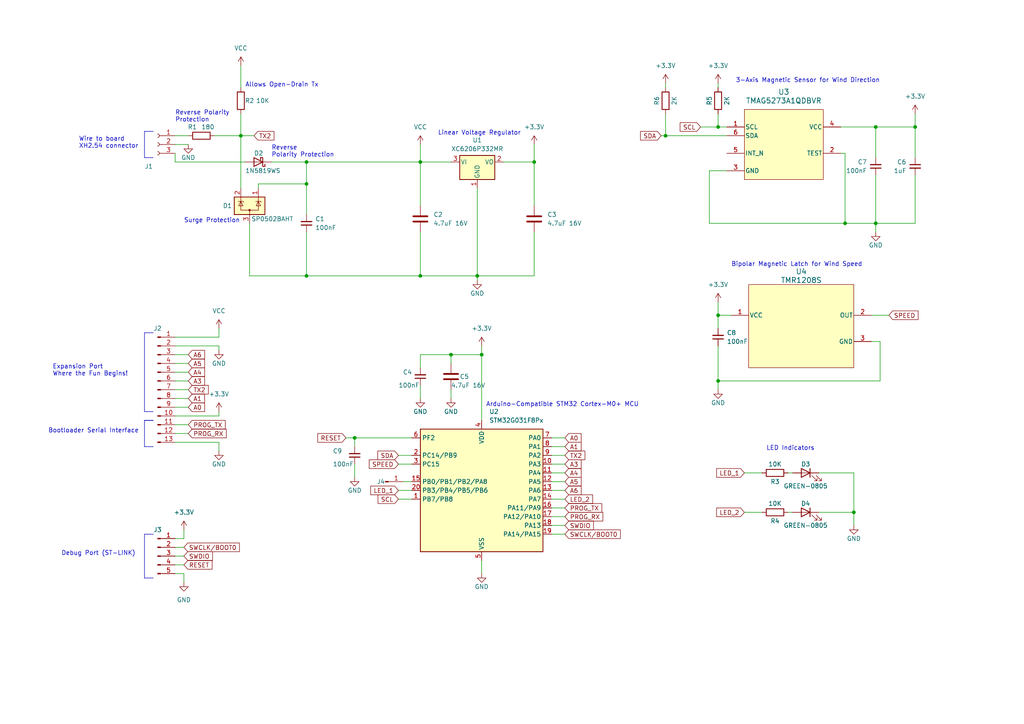
<source format=kicad_sch>
(kicad_sch (version 20230121) (generator eeschema)
  (paper "A4")
  (title_block (title "WindNerd Core - Sensor board for 3D printed anemometer") (date "2025-10-01") (rev "1") (comment 1 "Copyright (c) 2025 windnerd.net") (comment 2 "Licensed under CERN Open Hardware License V2 – Strongly Reciprocal (CERN-OHL-S)"))
  (lib_symbols
    (symbol "2024-10-25_14-47-20:TMAG5273A2QDBVR" (pin_names (offset 0.254))
      (property "Reference" "U3" (at 16.51 10.16 0))
      (property "Value" "TMAG5273A1QDBVR" (at 16.51 7.62 0))
      (symbol "TMAG5273A2QDBVR_0_1"
        (pin input line (at 33.02 0 180) (length 5.08) (name "SCL") (number "1"))
        (pin input line (at 0 -7.62 0) (length 5.08) (name "TEST") (number "2"))
        (pin power_in line (at 33.02 -12.7 180) (length 5.08) (name "GND") (number "3"))
        (pin power_in line (at 0 0 0) (length 5.08) (name "VCC") (number "4"))
        (pin output line (at 33.02 -7.62 180) (length 5.08) (name "INT_N") (number "5"))
        (pin bidirectional line (at 33.02 -2.54 180) (length 5.08) (name "SDA") (number "6"))
      )
      (symbol "TMAG5273A2QDBVR_1_1"
        (rectangle (start 5.08 5.08) (end 27.94 -15.24) (fill (type background)))
      )
    )
    (symbol "2024-10-27_01-27-43:DRV5055A3QDBZR" (pin_names (offset 0.254))
      (property "Reference" "U4" (at 0 19.05 0))
      (property "Value" "TMR1208S" (at 0 15.24 0))
      (symbol "DRV5055A3QDBZR_0_1"
        (pin power_in line (at -20.32 2.54 0) (length 5.08) (name "VCC") (number "1"))
        (pin output line (at 20.32 2.54 180) (length 5.08) (name "OUT") (number "2"))
        (pin power_in line (at 20.32 -5.08 180) (length 5.08) (name "GND") (number "3"))
      )
      (symbol "DRV5055A3QDBZR_1_1"
        (rectangle (start -15.24 11.43) (end 15.24 -12.7) (fill (type background)))
      )
    )
    (symbol "Connector:Conn_01x01_Pin" (pin_names (offset 1.016) hide)
      (property "Reference" "J" (at 0 2.54 0))
      (property "Value" "Conn_01x01_Pin" (at 0 -2.54 0))
      (symbol "Conn_01x01_Pin_1_1"
        (polyline (pts (xy 1.27 0) (xy 0.8636 0)) (stroke (width 0.1524)))
        (rectangle (start 0.8636 0.127) (end 0 -0.127) (stroke (width 0.1524)) (fill (type outline)))
        (pin passive line (at 5.08 0 180) (length 3.81) (name "Pin_1") (number "1"))
      )
    )
    (symbol "Connector:Conn_01x03_Socket" (pin_names (offset 1.016) hide)
      (property "Reference" "J" (at 0 5.08 0))
      (property "Value" "Conn_01x03_Socket" (at 0 -5.08 0))
      (symbol "Conn_01x03_Socket_1_1"
        (arc (start 0 -2.032) (mid -0.5058 -2.54) (end 0 -3.048) (stroke (width 0.1524)))
        (polyline (pts (xy -1.27 -2.54) (xy -0.508 -2.54)) (stroke (width 0.1524)))
        (polyline (pts (xy -1.27 0) (xy -0.508 0)) (stroke (width 0.1524)))
        (polyline (pts (xy -1.27 2.54) (xy -0.508 2.54)) (stroke (width 0.1524)))
        (arc (start 0 0.508) (mid -0.5058 0) (end 0 -0.508) (stroke (width 0.1524)))
        (arc (start 0 3.048) (mid -0.5058 2.54) (end 0 2.032) (stroke (width 0.1524)))
        (pin passive line (at -5.08 2.54 0) (length 3.81) (name "Pin_1") (number "1"))
        (pin passive line (at -5.08 0 0) (length 3.81) (name "Pin_2") (number "2"))
        (pin passive line (at -5.08 -2.54 0) (length 3.81) (name "Pin_3") (number "3"))
      )
    )
    (symbol "Connector:Conn_01x05_Pin" (pin_names (offset 1.016) hide)
      (property "Reference" "J" (at 0 7.62 0))
      (property "Value" "Conn_01x05_Pin" (at 0 -7.62 0))
      (symbol "Conn_01x05_Pin_1_1"
        (polyline (pts (xy 1.27 -5.08) (xy 0.8636 -5.08)) (stroke (width 0.1524)))
        (polyline (pts (xy 1.27 -2.54) (xy 0.8636 -2.54)) (stroke (width 0.1524)))
        (polyline (pts (xy 1.27 0) (xy 0.8636 0)) (stroke (width 0.1524)))
        (polyline (pts (xy 1.27 2.54) (xy 0.8636 2.54)) (stroke (width 0.1524)))
        (polyline (pts (xy 1.27 5.08) (xy 0.8636 5.08)) (stroke (width 0.1524)))
        (rectangle (start 0.8636 -4.953) (end 0 -5.207) (stroke (width 0.1524)) (fill (type outline)))
        (rectangle (start 0.8636 -2.413) (end 0 -2.667) (stroke (width 0.1524)) (fill (type outline)))
        (rectangle (start 0.8636 0.127) (end 0 -0.127) (stroke (width 0.1524)) (fill (type outline)))
        (rectangle (start 0.8636 2.667) (end 0 2.413) (stroke (width 0.1524)) (fill (type outline)))
        (rectangle (start 0.8636 5.207) (end 0 4.953) (stroke (width 0.1524)) (fill (type outline)))
        (pin passive line (at 5.08 5.08 180) (length 3.81) (name "Pin_1") (number "1"))
        (pin passive line (at 5.08 2.54 180) (length 3.81) (name "Pin_2") (number "2"))
        (pin passive line (at 5.08 0 180) (length 3.81) (name "Pin_3") (number "3"))
        (pin passive line (at 5.08 -2.54 180) (length 3.81) (name "Pin_4") (number "4"))
        (pin passive line (at 5.08 -5.08 180) (length 3.81) (name "Pin_5") (number "5"))
      )
    )
    (symbol "Connector:Conn_01x13_Pin" (pin_names (offset 1.016) hide)
      (property "Reference" "J" (at 0 17.78 0))
      (property "Value" "Conn_01x13_Pin" (at 0 -17.78 0))
      (symbol "Conn_01x13_Pin_1_1"
        (polyline (pts (xy 1.27 -15.24) (xy 0.8636 -15.24)) (stroke (width 0.1524)))
        (polyline (pts (xy 1.27 -12.7) (xy 0.8636 -12.7)) (stroke (width 0.1524)))
        (polyline (pts (xy 1.27 -10.16) (xy 0.8636 -10.16)) (stroke (width 0.1524)))
        (polyline (pts (xy 1.27 -7.62) (xy 0.8636 -7.62)) (stroke (width 0.1524)))
        (polyline (pts (xy 1.27 -5.08) (xy 0.8636 -5.08)) (stroke (width 0.1524)))
        (polyline (pts (xy 1.27 -2.54) (xy 0.8636 -2.54)) (stroke (width 0.1524)))
        (polyline (pts (xy 1.27 0) (xy 0.8636 0)) (stroke (width 0.1524)))
        (polyline (pts (xy 1.27 2.54) (xy 0.8636 2.54)) (stroke (width 0.1524)))
        (polyline (pts (xy 1.27 5.08) (xy 0.8636 5.08)) (stroke (width 0.1524)))
        (polyline (pts (xy 1.27 7.62) (xy 0.8636 7.62)) (stroke (width 0.1524)))
        (polyline (pts (xy 1.27 10.16) (xy 0.8636 10.16)) (stroke (width 0.1524)))
        (polyline (pts (xy 1.27 12.7) (xy 0.8636 12.7)) (stroke (width 0.1524)))
        (polyline (pts (xy 1.27 15.24) (xy 0.8636 15.24)) (stroke (width 0.1524)))
        (rectangle (start 0.8636 -15.113) (end 0 -15.367) (stroke (width 0.1524)) (fill (type outline)))
        (rectangle (start 0.8636 -12.573) (end 0 -12.827) (stroke (width 0.1524)) (fill (type outline)))
        (rectangle (start 0.8636 -10.033) (end 0 -10.287) (stroke (width 0.1524)) (fill (type outline)))
        (rectangle (start 0.8636 -7.493) (end 0 -7.747) (stroke (width 0.1524)) (fill (type outline)))
        (rectangle (start 0.8636 -4.953) (end 0 -5.207) (stroke (width 0.1524)) (fill (type outline)))
        (rectangle (start 0.8636 -2.413) (end 0 -2.667) (stroke (width 0.1524)) (fill (type outline)))
        (rectangle (start 0.8636 0.127) (end 0 -0.127) (stroke (width 0.1524)) (fill (type outline)))
        (rectangle (start 0.8636 2.667) (end 0 2.413) (stroke (width 0.1524)) (fill (type outline)))
        (rectangle (start 0.8636 5.207) (end 0 4.953) (stroke (width 0.1524)) (fill (type outline)))
        (rectangle (start 0.8636 7.747) (end 0 7.493) (stroke (width 0.1524)) (fill (type outline)))
        (rectangle (start 0.8636 10.287) (end 0 10.033) (stroke (width 0.1524)) (fill (type outline)))
        (rectangle (start 0.8636 12.827) (end 0 12.573) (stroke (width 0.1524)) (fill (type outline)))
        (rectangle (start 0.8636 15.367) (end 0 15.113) (stroke (width 0.1524)) (fill (type outline)))
        (pin passive line (at 5.08 15.24 180) (length 3.81) (name "Pin_1") (number "1"))
        (pin passive line (at 5.08 -7.62 180) (length 3.81) (name "Pin_10") (number "10"))
        (pin passive line (at 5.08 -10.16 180) (length 3.81) (name "Pin_11") (number "11"))
        (pin passive line (at 5.08 -12.7 180) (length 3.81) (name "Pin_12") (number "12"))
        (pin passive line (at 5.08 -15.24 180) (length 3.81) (name "Pin_13") (number "13"))
        (pin passive line (at 5.08 12.7 180) (length 3.81) (name "Pin_2") (number "2"))
        (pin passive line (at 5.08 10.16 180) (length 3.81) (name "Pin_3") (number "3"))
        (pin passive line (at 5.08 7.62 180) (length 3.81) (name "Pin_4") (number "4"))
        (pin passive line (at 5.08 5.08 180) (length 3.81) (name "Pin_5") (number "5"))
        (pin passive line (at 5.08 2.54 180) (length 3.81) (name "Pin_6") (number "6"))
        (pin passive line (at 5.08 0 180) (length 3.81) (name "Pin_7") (number "7"))
        (pin passive line (at 5.08 -2.54 180) (length 3.81) (name "Pin_8") (number "8"))
        (pin passive line (at 5.08 -5.08 180) (length 3.81) (name "Pin_9") (number "9"))
      )
    )
    (symbol "Device:C" (pin_numbers hide) (pin_names (offset 0.254))
      (property "Reference" "C" (at 0.635 2.54 0))
      (property "Value" "C" (at 0.635 -2.54 0))
      (symbol "C_0_1"
        (polyline (pts (xy -2.032 -0.762) (xy 2.032 -0.762)) (stroke (width 0.508)))
        (polyline (pts (xy -2.032 0.762) (xy 2.032 0.762)) (stroke (width 0.508)))
      )
      (symbol "C_1_1"
        (pin passive line (at 0 3.81 270) (length 2.794) (name "~") (number "1"))
        (pin passive line (at 0 -3.81 90) (length 2.794) (name "~") (number "2"))
      )
    )
    (symbol "Device:C_Small" (pin_numbers hide) (pin_names (offset 0.254) hide)
      (property "Reference" "C" (at 0.254 1.778 0))
      (property "Value" "C_Small" (at 0.254 -2.032 0))
      (symbol "C_Small_0_1"
        (polyline (pts (xy -1.524 -0.508) (xy 1.524 -0.508)) (stroke (width 0.3302)))
        (polyline (pts (xy -1.524 0.508) (xy 1.524 0.508)) (stroke (width 0.3048)))
      )
      (symbol "C_Small_1_1"
        (pin passive line (at 0 2.54 270) (length 2.032) (name "~") (number "1"))
        (pin passive line (at 0 -2.54 90) (length 2.032) (name "~") (number "2"))
      )
    )
    (symbol "Device:LED" (pin_numbers hide) (pin_names (offset 1.016) hide)
      (property "Reference" "D" (at 0 2.54 0))
      (property "Value" "LED" (at 0 -2.54 0))
      (symbol "LED_0_1"
        (polyline (pts (xy -1.27 -1.27) (xy -1.27 1.27)) (stroke (width 0.254)))
        (polyline (pts (xy -1.27 0) (xy 1.27 0)))
        (polyline (pts (xy 1.27 -1.27) (xy 1.27 1.27) (xy -1.27 0) (xy 1.27 -1.27)) (stroke (width 0.254)))
        (polyline (pts (xy -3.048 -0.762) (xy -4.572 -2.286) (xy -3.81 -2.286) (xy -4.572 -2.286) (xy -4.572 -1.524)))
        (polyline (pts (xy -1.778 -0.762) (xy -3.302 -2.286) (xy -2.54 -2.286) (xy -3.302 -2.286) (xy -3.302 -1.524)))
      )
      (symbol "LED_1_1"
        (pin passive line (at -3.81 0 0) (length 2.54) (name "K") (number "1"))
        (pin passive line (at 3.81 0 180) (length 2.54) (name "A") (number "2"))
      )
    )
    (symbol "Device:R" (pin_numbers hide) (pin_names (offset 0))
      (property "Reference" "R" (at 2.032 0 90))
      (property "Value" "R" (at 0 0 90))
      (symbol "R_0_1"
        (rectangle (start -1.016 -2.54) (end 1.016 2.54) (stroke (width 0.254)))
      )
      (symbol "R_1_1"
        (pin passive line (at 0 3.81 270) (length 1.27) (name "~") (number "1"))
        (pin passive line (at 0 -3.81 90) (length 1.27) (name "~") (number "2"))
      )
    )
    (symbol "Diode:1N5819WS" (pin_numbers hide) (pin_names (offset 1.016) hide)
      (property "Reference" "D" (at 0 2.54 0))
      (property "Value" "1N5819WS" (at 0 -2.54 0))
      (symbol "1N5819WS_0_1"
        (polyline (pts (xy 1.27 0) (xy -1.27 0)))
        (polyline (pts (xy 1.27 1.27) (xy 1.27 -1.27) (xy -1.27 0) (xy 1.27 1.27)) (stroke (width 0.254)))
        (polyline (pts (xy -1.905 0.635) (xy -1.905 1.27) (xy -1.27 1.27) (xy -1.27 -1.27) (xy -0.635 -1.27) (xy -0.635 -0.635)) (stroke (width 0.254)))
      )
      (symbol "1N5819WS_1_1"
        (pin passive line (at -3.81 0 0) (length 2.54) (name "K") (number "1"))
        (pin passive line (at 3.81 0 180) (length 2.54) (name "A") (number "2"))
      )
    )
    (symbol "MCU_ST_STM32G0:STM32G031F8Px"
      (property "Reference" "U" (at -17.78 19.05 0))
      (property "Value" "STM32G031F8Px" (at 2.54 19.05 0))
      (symbol "STM32G031F8Px_0_1"
        (rectangle (start -17.78 -17.78) (end 17.78 17.78) (stroke (width 0.254)) (fill (type background)))
      )
      (symbol "STM32G031F8Px_1_1"
        (pin bidirectional line (at -20.32 -2.54 0) (length 2.54) (name "PB7/PB8") (number "1"))
        (pin bidirectional line (at 20.32 7.62 180) (length 2.54) (name "PA3") (number "10"))
        (pin bidirectional line (at 20.32 5.08 180) (length 2.54) (name "PA4") (number "11"))
        (pin bidirectional line (at 20.32 2.54 180) (length 2.54) (name "PA5") (number "12"))
        (pin bidirectional line (at 20.32 0 180) (length 2.54) (name "PA6") (number "13"))
        (pin bidirectional line (at 20.32 -2.54 180) (length 2.54) (name "PA7") (number "14"))
        (pin bidirectional line (at -20.32 2.54 0) (length 2.54) (name "PB0/PB1/PB2/PA8") (number "15"))
        (pin bidirectional line (at 20.32 -5.08 180) (length 2.54) (name "PA11/PA9") (number "16"))
        (pin bidirectional line (at 20.32 -7.62 180) (length 2.54) (name "PA12/PA10") (number "17"))
        (pin bidirectional line (at 20.32 -10.16 180) (length 2.54) (name "PA13") (number "18"))
        (pin bidirectional line (at 20.32 -12.7 180) (length 2.54) (name "PA14/PA15") (number "19"))
        (pin bidirectional line (at -20.32 10.16 0) (length 2.54) (name "PC14/PB9") (number "2"))
        (pin bidirectional line (at -20.32 0 0) (length 2.54) (name "PB3/PB4/PB5/PB6") (number "20"))
        (pin bidirectional line (at -20.32 7.62 0) (length 2.54) (name "PC15") (number "3"))
        (pin power_in line (at 0 20.32 270) (length 2.54) (name "VDD") (number "4"))
        (pin power_in line (at 0 -20.32 90) (length 2.54) (name "VSS") (number "5"))
        (pin bidirectional line (at -20.32 15.24 0) (length 2.54) (name "PF2") (number "6"))
        (pin bidirectional line (at 20.32 15.24 180) (length 2.54) (name "PA0") (number "7"))
        (pin bidirectional line (at 20.32 12.7 180) (length 2.54) (name "PA1") (number "8"))
        (pin bidirectional line (at 20.32 10.16 180) (length 2.54) (name "PA2") (number "9"))
      )
    )
    (symbol "Power_Protection:SP0502BAHT" (pin_names hide)
      (property "Reference" "D" (at 5.715 2.54 0))
      (property "Value" "SP0502BAHT" (at 5.715 0.635 0))
      (symbol "SP0502BAHT_0_0"
        (pin passive line (at 0 -5.08 90) (length 2.54) (name "A") (number "3"))
      )
      (symbol "SP0502BAHT_0_1"
        (rectangle (start -4.445 2.54) (end 4.445 -2.54) (stroke (width 0.254)) (fill (type background)))
        (circle (center 0 -1.27) (radius 0.254) (fill (type outline)))
        (polyline (pts (xy -2.54 2.54) (xy -2.54 1.27)))
        (polyline (pts (xy 0 -1.27) (xy 0 -2.54)))
        (polyline (pts (xy 2.54 2.54) (xy 2.54 1.27)))
        (polyline (pts (xy -3.302 1.016) (xy -3.302 1.27) (xy -1.905 1.27) (xy -1.778 1.27)))
        (polyline (pts (xy -2.54 1.27) (xy -2.54 -1.27) (xy 2.54 -1.27) (xy 2.54 1.27)))
        (polyline (pts (xy -2.54 1.27) (xy -1.905 0) (xy -3.175 0) (xy -2.54 1.27)))
        (polyline (pts (xy 1.778 1.016) (xy 1.778 1.27) (xy 3.175 1.27) (xy 3.302 1.27)))
        (polyline (pts (xy 2.54 1.27) (xy 1.905 0) (xy 3.175 0) (xy 2.54 1.27)))
      )
      (symbol "SP0502BAHT_1_1"
        (pin passive line (at -2.54 5.08 270) (length 2.54) (name "K") (number "1"))
        (pin passive line (at 2.54 5.08 270) (length 2.54) (name "K") (number "2"))
      )
    )
    (symbol "Regulator_Linear:XC6206PxxxMR" (pin_names (offset 0.254))
      (property "Reference" "U" (at -3.81 3.175 0))
      (property "Value" "XC6206PxxxMR" (at 0 3.175 0))
      (symbol "XC6206PxxxMR_0_1"
        (rectangle (start -5.08 1.905) (end 5.08 -5.08) (stroke (width 0.254)) (fill (type background)))
      )
      (symbol "XC6206PxxxMR_1_1"
        (pin power_in line (at 0 -7.62 90) (length 2.54) (name "GND") (number "1"))
        (pin power_out line (at 7.62 0 180) (length 2.54) (name "VO") (number "2"))
        (pin power_in line (at -7.62 0 0) (length 2.54) (name "VI") (number "3"))
      )
    )
    (symbol "power:+3.3V" (power) (pin_names (offset 0))
      (property "Value" "+3.3V" (at 0 3.556 0))
      (symbol "+3.3V_0_1"
        (polyline (pts (xy -0.762 1.27) (xy 0 2.54)))
        (polyline (pts (xy 0 0) (xy 0 2.54)))
        (polyline (pts (xy 0 2.54) (xy 0.762 1.27)))
      )
      (symbol "+3.3V_1_1"
        (pin power_in line (at 0 0 90) (length 0) hide (name "+3.3V") (number "1"))
      )
    )
    (symbol "power:GND" (power) (pin_names (offset 0))
      (property "Value" "GND" (at 0 -3.81 0))
      (symbol "GND_0_1"
        (polyline (pts (xy 0 0) (xy 0 -1.27) (xy 1.27 -1.27) (xy 0 -2.54) (xy -1.27 -1.27) (xy 0 -1.27)))
      )
      (symbol "GND_1_1"
        (pin power_in line (at 0 0 270) (length 0) hide (name "GND") (number "1"))
      )
    )
    (symbol "power:VCC" (power) (pin_names (offset 0))
      (property "Value" "VCC" (at 0 3.81 0))
      (symbol "VCC_0_1"
        (polyline (pts (xy -0.762 1.27) (xy 0 2.54)))
        (polyline (pts (xy 0 0) (xy 0 2.54)))
        (polyline (pts (xy 0 2.54) (xy 0.762 1.27)))
      )
      (symbol "VCC_1_1"
        (pin power_in line (at 0 0 90) (length 0) hide (name "VCC") (number "1"))
      )
    )
  )
  (junction (at 254 64.77))
  (junction (at 88.9 53.34))
  (junction (at 121.92 80.01))
  (junction (at 88.9 46.99))
  (junction (at 245.11 64.77))
  (junction (at 130.81 102.87))
  (junction (at 208.28 110.49))
  (junction (at 69.85 39.37))
  (junction (at 88.9 80.01))
  (junction (at 265.43 36.83))
  (junction (at 193.04 39.37))
  (junction (at 247.65 148.59))
  (junction (at 139.7 102.87))
  (junction (at 208.28 91.44))
  (junction (at 121.92 46.99))
  (junction (at 254 36.83))
  (junction (at 102.87 127))
  (junction (at 208.28 36.83))
  (junction (at 138.43 80.01))
  (junction (at 154.94 46.99))
  (wire (pts (xy 115.57 134.62) (xy 119.38 134.62)))
  (wire (pts (xy 139.7 102.87) (xy 139.7 121.92)))
  (wire (pts (xy 63.5 97.79) (xy 63.5 95.25)))
  (wire (pts (xy 160.02 134.62) (xy 163.83 134.62)))
  (wire (pts (xy 205.74 49.53) (xy 210.82 49.53)))
  (wire (pts (xy 63.5 100.33) (xy 63.5 101.6)))
  (wire (pts (xy 265.43 36.83) (xy 254 36.83)))
  (wire (pts (xy 138.43 54.61) (xy 138.43 80.01)))
  (wire (pts (xy 63.5 119.38) (xy 63.5 120.65)))
  (wire (pts (xy 229.87 137.16) (xy 228.6 137.16)))
  (wire (pts (xy 69.85 39.37) (xy 73.66 39.37)))
  (wire (pts (xy 160.02 132.08) (xy 163.83 132.08)))
  (wire (pts (xy 210.82 39.37) (xy 193.04 39.37)))
  (wire (pts (xy 88.9 80.01) (xy 121.92 80.01)))
  (wire (pts (xy 116.84 139.7) (xy 119.38 139.7)))
  (wire (pts (xy 121.92 41.91) (xy 121.92 46.99)))
  (wire (pts (xy 50.8 113.03) (xy 54.61 113.03)))
  (polyline (pts (xy 41.91 38.1) (xy 41.91 45.72)))
  (polyline (pts (xy 41.91 129.54) (xy 44.45 129.54)))
  (wire (pts (xy 265.43 64.77) (xy 254 64.77)))
  (wire (pts (xy 102.87 127) (xy 119.38 127)))
  (wire (pts (xy 245.11 44.45) (xy 245.11 64.77)))
  (wire (pts (xy 88.9 46.99) (xy 121.92 46.99)))
  (wire (pts (xy 130.81 113.03) (xy 130.81 115.57)))
  (wire (pts (xy 139.7 100.33) (xy 139.7 102.87)))
  (wire (pts (xy 208.28 87.63) (xy 208.28 91.44)))
  (polyline (pts (xy 41.91 38.1) (xy 44.45 38.1)))
  (wire (pts (xy 208.28 91.44) (xy 208.28 95.25)))
  (wire (pts (xy 254 50.8) (xy 254 64.77)))
  (wire (pts (xy 121.92 111.76) (xy 121.92 115.57)))
  (wire (pts (xy 121.92 46.99) (xy 130.81 46.99)))
  (wire (pts (xy 254 36.83) (xy 254 45.72)))
  (wire (pts (xy 210.82 36.83) (xy 208.28 36.83)))
  (wire (pts (xy 121.92 102.87) (xy 130.81 102.87)))
  (wire (pts (xy 208.28 33.02) (xy 208.28 36.83)))
  (wire (pts (xy 53.34 166.37) (xy 53.34 168.91)))
  (wire (pts (xy 69.85 19.05) (xy 69.85 25.4)))
  (wire (pts (xy 160.02 137.16) (xy 163.83 137.16)))
  (wire (pts (xy 50.8 46.99) (xy 50.8 44.45)))
  (wire (pts (xy 121.92 106.68) (xy 121.92 102.87)))
  (wire (pts (xy 50.8 115.57) (xy 54.61 115.57)))
  (wire (pts (xy 115.57 132.08) (xy 119.38 132.08)))
  (wire (pts (xy 121.92 46.99) (xy 121.92 59.69)))
  (wire (pts (xy 50.8 102.87) (xy 54.61 102.87)))
  (wire (pts (xy 265.43 50.8) (xy 265.43 64.77)))
  (wire (pts (xy 50.8 156.21) (xy 53.34 156.21)))
  (wire (pts (xy 63.5 128.27) (xy 63.5 130.81)))
  (wire (pts (xy 265.43 33.02) (xy 265.43 36.83)))
  (wire (pts (xy 50.8 110.49) (xy 54.61 110.49)))
  (wire (pts (xy 160.02 142.24) (xy 163.83 142.24)))
  (wire (pts (xy 208.28 36.83) (xy 203.2 36.83)))
  (wire (pts (xy 50.8 39.37) (xy 54.61 39.37)))
  (wire (pts (xy 193.04 25.4) (xy 193.04 24.13)))
  (wire (pts (xy 193.04 33.02) (xy 193.04 39.37)))
  (wire (pts (xy 78.74 46.99) (xy 88.9 46.99)))
  (wire (pts (xy 252.73 99.06) (xy 255.27 99.06)))
  (wire (pts (xy 255.27 110.49) (xy 208.28 110.49)))
  (wire (pts (xy 130.81 102.87) (xy 139.7 102.87)))
  (wire (pts (xy 160.02 147.32) (xy 163.83 147.32)))
  (wire (pts (xy 160.02 127) (xy 163.83 127)))
  (wire (pts (xy 115.57 142.24) (xy 119.38 142.24)))
  (wire (pts (xy 243.84 44.45) (xy 245.11 44.45)))
  (wire (pts (xy 50.8 163.83) (xy 53.34 163.83)))
  (wire (pts (xy 50.8 41.91) (xy 54.61 41.91)))
  (wire (pts (xy 130.81 102.87) (xy 130.81 105.41)))
  (wire (pts (xy 205.74 49.53) (xy 205.74 64.77)))
  (wire (pts (xy 160.02 154.94) (xy 163.83 154.94)))
  (wire (pts (xy 247.65 148.59) (xy 237.49 148.59)))
  (wire (pts (xy 138.43 80.01) (xy 138.43 81.28)))
  (wire (pts (xy 154.94 67.31) (xy 154.94 80.01)))
  (wire (pts (xy 50.8 105.41) (xy 54.61 105.41)))
  (wire (pts (xy 208.28 91.44) (xy 212.09 91.44)))
  (wire (pts (xy 50.8 100.33) (xy 63.5 100.33)))
  (wire (pts (xy 50.8 118.11) (xy 54.61 118.11)))
  (wire (pts (xy 247.65 148.59) (xy 247.65 152.4)))
  (wire (pts (xy 220.98 148.59) (xy 215.9 148.59)))
  (wire (pts (xy 88.9 53.34) (xy 88.9 62.23)))
  (wire (pts (xy 72.39 64.77) (xy 72.39 80.01)))
  (polyline (pts (xy 41.91 121.92) (xy 41.91 129.54)))
  (wire (pts (xy 247.65 137.16) (xy 247.65 148.59)))
  (polyline (pts (xy 41.91 121.92) (xy 44.45 121.92)))
  (wire (pts (xy 160.02 144.78) (xy 163.83 144.78)))
  (wire (pts (xy 50.8 128.27) (xy 63.5 128.27)))
  (wire (pts (xy 208.28 110.49) (xy 208.28 113.03)))
  (wire (pts (xy 63.5 120.65) (xy 50.8 120.65)))
  (wire (pts (xy 205.74 64.77) (xy 245.11 64.77)))
  (wire (pts (xy 193.04 39.37) (xy 191.77 39.37)))
  (wire (pts (xy 229.87 148.59) (xy 228.6 148.59)))
  (polyline (pts (xy 41.91 96.52) (xy 41.91 119.38)))
  (wire (pts (xy 74.93 53.34) (xy 88.9 53.34)))
  (polyline (pts (xy 41.91 154.94) (xy 41.91 167.64)))
  (wire (pts (xy 50.8 107.95) (xy 54.61 107.95)))
  (wire (pts (xy 252.73 91.44) (xy 257.81 91.44)))
  (wire (pts (xy 50.8 123.19) (xy 54.61 123.19)))
  (wire (pts (xy 254 36.83) (xy 243.84 36.83)))
  (wire (pts (xy 138.43 80.01) (xy 154.94 80.01)))
  (wire (pts (xy 208.28 100.33) (xy 208.28 110.49)))
  (wire (pts (xy 121.92 67.31) (xy 121.92 80.01)))
  (wire (pts (xy 50.8 166.37) (xy 53.34 166.37)))
  (wire (pts (xy 160.02 152.4) (xy 163.83 152.4)))
  (wire (pts (xy 220.98 137.16) (xy 215.9 137.16)))
  (wire (pts (xy 160.02 139.7) (xy 163.83 139.7)))
  (wire (pts (xy 237.49 137.16) (xy 247.65 137.16)))
  (wire (pts (xy 154.94 41.91) (xy 154.94 46.99)))
  (wire (pts (xy 139.7 162.56) (xy 139.7 166.37)))
  (wire (pts (xy 69.85 33.02) (xy 69.85 39.37)))
  (wire (pts (xy 255.27 99.06) (xy 255.27 110.49)))
  (polyline (pts (xy 44.45 121.92) (xy 41.91 121.92)))
  (wire (pts (xy 254 64.77) (xy 245.11 64.77)))
  (polyline (pts (xy 44.45 96.52) (xy 41.91 96.52)))
  (wire (pts (xy 50.8 125.73) (xy 54.61 125.73)))
  (polyline (pts (xy 41.91 45.72) (xy 44.45 45.72)))
  (polyline (pts (xy 44.45 154.94) (xy 41.91 154.94)))
  (wire (pts (xy 50.8 158.75) (xy 53.34 158.75)))
  (wire (pts (xy 50.8 161.29) (xy 53.34 161.29)))
  (wire (pts (xy 53.34 156.21) (xy 53.34 153.67)))
  (wire (pts (xy 254 64.77) (xy 254 67.31)))
  (wire (pts (xy 121.92 80.01) (xy 138.43 80.01)))
  (wire (pts (xy 62.23 39.37) (xy 69.85 39.37)))
  (wire (pts (xy 115.57 144.78) (xy 119.38 144.78)))
  (wire (pts (xy 72.39 80.01) (xy 88.9 80.01)))
  (wire (pts (xy 265.43 45.72) (xy 265.43 36.83)))
  (wire (pts (xy 100.33 127) (xy 102.87 127)))
  (wire (pts (xy 102.87 134.62) (xy 102.87 138.43)))
  (wire (pts (xy 208.28 24.13) (xy 208.28 25.4)))
  (polyline (pts (xy 41.91 119.38) (xy 44.45 119.38)))
  (wire (pts (xy 146.05 46.99) (xy 154.94 46.99)))
  (wire (pts (xy 160.02 129.54) (xy 163.83 129.54)))
  (polyline (pts (xy 41.91 167.64) (xy 44.45 167.64)))
  (wire (pts (xy 88.9 67.31) (xy 88.9 80.01)))
  (wire (pts (xy 102.87 127) (xy 102.87 129.54)))
  (wire (pts (xy 74.93 53.34) (xy 74.93 54.61)))
  (wire (pts (xy 154.94 46.99) (xy 154.94 59.69)))
  (wire (pts (xy 69.85 39.37) (xy 69.85 54.61)))
  (wire (pts (xy 160.02 149.86) (xy 163.83 149.86)))
  (wire (pts (xy 88.9 46.99) (xy 88.9 53.34)))
  (wire (pts (xy 50.8 46.99) (xy 71.12 46.99)))
  (wire (pts (xy 50.8 97.79) (xy 63.5 97.79)))
  (text "3-Axis Magnetic Sensor for Wind Direction" (at 213.36 24.13 0) (effects (font (size 1.27 1.27)) (justify left bottom)))
  (text "Bipolar Magnetic Latch for Wind Speed" (at 212.09 77.47 0) (effects (font (size 1.27 1.27)) (justify left bottom)))
  (text "Linear Voltage Regulator" (at 127 39.37 0) (effects (font (size 1.27 1.27)) (justify left bottom)))
  (text "Wire to board\nXH2.54 connector" (at 22.86 43.18 0) (effects (font (size 1.27 1.27)) (justify left bottom)))
  (text "Bootloader Serial Interface" (at 13.97 125.73 0) (effects (font (size 1.27 1.27)) (justify left bottom)))
  (text "Reverse Polarity \nProtection" (at 50.8 35.56 0) (effects (font (size 1.27 1.27)) (justify left bottom)))
  (text "Surge Protection" (at 53.34 64.77 0) (effects (font (size 1.27 1.27)) (justify left bottom)))
  (text "Expansion Port \nWhere the Fun Begins!" (at 15.24 109.22 0) (effects (font (size 1.27 1.27)) (justify left bottom)))
  (text "Arduino-Compatible STM32 Cortex-M0+ MCU" (at 140.97 118.11 0) (effects (font (size 1.27 1.27)) (justify left bottom)))
  (text "Debug Port (ST-LINK)" (at 17.78 161.29 0) (effects (font (size 1.27 1.27)) (justify left bottom)))
  (text "Allows Open-Drain Tx" (at 71.12 25.4 0) (effects (font (size 1.27 1.27)) (justify left bottom)))
  (text "Reverse\nPolarity Protection" (at 78.74 45.72 0) (effects (font (size 1.27 1.27)) (justify left bottom)))
  (text "LED Indicators" (at 222.25 130.81 0) (effects (font (size 1.27 1.27)) (justify left bottom)))
  (global_label "SPEED" (shape input) (at 257.81 91.44 0) (property "Intersheetrefs" "${INTERSHEET_REFS}" (effects hide)))
  (global_label "LED_1" (shape input) (at 115.57 142.24 180) (property "Intersheetrefs" "${INTERSHEET_REFS}" (effects hide)))
  (global_label "A4" (shape input) (at 163.83 137.16 0) (property "Intersheetrefs" "${INTERSHEET_REFS}" (effects hide)))
  (global_label "PROG_RX" (shape input) (at 54.61 125.73 0) (property "Intersheetrefs" "${INTERSHEET_REFS}" (effects hide)))
  (global_label "PROG_RX" (shape input) (at 163.83 149.86 0) (property "Intersheetrefs" "${INTERSHEET_REFS}" (effects hide)))
  (global_label "A1" (shape input) (at 54.61 115.57 0) (property "Intersheetrefs" "${INTERSHEET_REFS}" (effects hide)))
  (global_label "A6" (shape input) (at 163.83 142.24 0) (property "Intersheetrefs" "${INTERSHEET_REFS}" (effects hide)))
  (global_label "LED_2" (shape input) (at 215.9 148.59 180) (property "Intersheetrefs" "${INTERSHEET_REFS}" (effects hide)))
  (global_label "TX2" (shape input) (at 54.61 113.03 0) (property "Intersheetrefs" "${INTERSHEET_REFS}" (effects hide)))
  (global_label "TX2" (shape input) (at 73.66 39.37 0) (property "Intersheetrefs" "${INTERSHEET_REFS}" (effects hide)))
  (global_label "PROG_TX" (shape input) (at 163.83 147.32 0) (property "Intersheetrefs" "${INTERSHEET_REFS}" (effects hide)))
  (global_label "PROG_TX" (shape input) (at 54.61 123.19 0) (property "Intersheetrefs" "${INTERSHEET_REFS}" (effects hide)))
  (global_label "A5" (shape input) (at 163.83 139.7 0) (property "Intersheetrefs" "${INTERSHEET_REFS}" (effects hide)))
  (global_label "SDA" (shape input) (at 115.57 132.08 180) (property "Intersheetrefs" "${INTERSHEET_REFS}" (effects hide)))
  (global_label "A1" (shape input) (at 163.83 129.54 0) (property "Intersheetrefs" "${INTERSHEET_REFS}" (effects hide)))
  (global_label "A6" (shape input) (at 54.61 102.87 0) (property "Intersheetrefs" "${INTERSHEET_REFS}" (effects hide)))
  (global_label "SCL" (shape input) (at 203.2 36.83 180) (property "Intersheetrefs" "${INTERSHEET_REFS}" (effects hide)))
  (global_label "SDA" (shape input) (at 191.77 39.37 180) (property "Intersheetrefs" "${INTERSHEET_REFS}" (effects hide)))
  (global_label "SPEED" (shape input) (at 115.57 134.62 180) (property "Intersheetrefs" "${INTERSHEET_REFS}" (effects hide)))
  (global_label "RESET" (shape input) (at 100.33 127 180) (property "Intersheetrefs" "${INTERSHEET_REFS}" (effects hide)))
  (global_label "A0" (shape input) (at 163.83 127 0) (property "Intersheetrefs" "${INTERSHEET_REFS}" (effects hide)))
  (global_label "SWCLK{slash}BOOT0" (shape input) (at 163.83 154.94 0) (property "Intersheetrefs" "${INTERSHEET_REFS}" (effects hide)))
  (global_label "TX2" (shape input) (at 163.83 132.08 0) (property "Intersheetrefs" "${INTERSHEET_REFS}" (effects hide)))
  (global_label "SWDIO" (shape input) (at 163.83 152.4 0) (property "Intersheetrefs" "${INTERSHEET_REFS}" (effects hide)))
  (global_label "A3" (shape input) (at 54.61 110.49 0) (property "Intersheetrefs" "${INTERSHEET_REFS}" (effects hide)))
  (global_label "SCL" (shape input) (at 115.57 144.78 180) (property "Intersheetrefs" "${INTERSHEET_REFS}" (effects hide)))
  (global_label "LED_1" (shape input) (at 215.9 137.16 180) (property "Intersheetrefs" "${INTERSHEET_REFS}" (effects hide)))
  (global_label "SWDIO" (shape input) (at 53.34 161.29 0) (property "Intersheetrefs" "${INTERSHEET_REFS}" (effects hide)))
  (global_label "RESET" (shape input) (at 53.34 163.83 0) (property "Intersheetrefs" "${INTERSHEET_REFS}" (effects hide)))
  (global_label "A3" (shape input) (at 163.83 134.62 0) (property "Intersheetrefs" "${INTERSHEET_REFS}" (effects hide)))
  (global_label "A4" (shape input) (at 54.61 107.95 0) (property "Intersheetrefs" "${INTERSHEET_REFS}" (effects hide)))
  (global_label "A5" (shape input) (at 54.61 105.41 0) (property "Intersheetrefs" "${INTERSHEET_REFS}" (effects hide)))
  (global_label "A0" (shape input) (at 54.61 118.11 0) (property "Intersheetrefs" "${INTERSHEET_REFS}" (effects hide)))
  (global_label "SWCLK{slash}BOOT0" (shape input) (at 53.34 158.75 0) (property "Intersheetrefs" "${INTERSHEET_REFS}" (effects hide)))
  (global_label "LED_2" (shape input) (at 163.83 144.78 0) (property "Intersheetrefs" "${INTERSHEET_REFS}" (effects hide)))
  (symbol (lib_id "Device:R") (at 69.85 29.21 0) (unit 1)
    (property "Reference" "R2" (at 72.39 29.21 0))
    (property "Value" "10K" (at 76.2 29.21 0))
    (property "Footprint" "Resistor_SMD:R_0603_1608Metric" (effects hide))
  )
  (symbol (lib_id "power:GND") (at 208.28 113.03 0) (unit 1)
    (property "Reference" "#PWR019" (effects hide))
    (property "Value" "GND" (at 208.28 116.84 0))
  )
  (symbol (lib_id "Device:C") (at 130.81 109.22 0) (unit 1)
    (property "Reference" "C5" (at 133.35 109.22 0) (effects (justify left)))
    (property "Value" "4.7uF 16V" (at 130.81 111.76 0) (effects (justify left)))
    (property "Footprint" "Capacitor_SMD:C_0603_1608Metric" (effects hide))
  )
  (symbol (lib_id "power:GND") (at 139.7 166.37 0) (unit 1)
    (property "Reference" "#PWR015" (effects hide))
    (property "Value" "GND" (at 139.7 170.18 0))
  )
  (symbol (lib_id "Device:R") (at 193.04 29.21 0) (unit 1)
    (property "Reference" "R6" (at 190.5 29.21 90))
    (property "Value" "2K" (at 195.58 29.21 90))
    (property "Footprint" "Resistor_SMD:R_0603_1608Metric" (effects hide))
  )
  (symbol (lib_id "power:+3.3V") (at 193.04 24.13 0) (mirror y) (unit 1)
    (property "Reference" "#PWR022" (effects hide))
    (property "Value" "+3.3V" (at 193.04 19.05 0))
  )
  (symbol (lib_id "Device:C_Small") (at 208.28 97.79 180) (unit 1)
    (property "Reference" "C8" (at 210.82 96.5136 0) (effects (justify right)))
    (property "Value" "100nF" (at 210.82 99.0536 0) (effects (justify right)))
    (property "Footprint" "Capacitor_SMD:C_0603_1608Metric" (effects hide))
  )
  (symbol (lib_id "Device:R") (at 58.42 39.37 270) (unit 1)
    (property "Reference" "R1" (at 57.15 36.83 90) (effects (justify right)))
    (property "Value" "180" (at 62.23 36.83 90) (effects (justify right)))
    (property "Footprint" "Resistor_SMD:R_1206_3216Metric" (effects hide))
  )
  (symbol (lib_id "2024-10-25_14-47-20:TMAG5273A2QDBVR") (at 243.84 36.83 0) (mirror y) (unit 1)
    (property "Reference" "U3" (at 227.33 26.67 0) (effects (font (size 1.524 1.524))))
    (property "Value" "TMAG5273A1QDBVR" (at 227.33 29.21 0) (effects (font (size 1.524 1.524))))
    (property "Footprint" "Package_TO_SOT_SMD:SOT-23-6" (effects hide))
  )
  (symbol (lib_id "power:GND") (at 54.61 41.91 0) (unit 1)
    (property "Reference" "#PWR023" (effects hide))
    (property "Value" "GND" (at 54.61 45.72 0))
  )
  (symbol (lib_id "power:+3.3V") (at 139.7 100.33 0) (unit 1)
    (property "Reference" "#PWR014" (effects hide))
    (property "Value" "+3.3V" (at 139.7 95.25 0))
  )
  (symbol (lib_id "power:GND") (at 138.43 81.28 0) (unit 1)
    (property "Reference" "#PWR09" (effects hide))
    (property "Value" "GND" (at 138.43 85.09 0))
  )
  (symbol (lib_id "power:VCC") (at 121.92 41.91 0) (unit 1)
    (property "Reference" "#PWR08" (effects hide))
    (property "Value" "VCC" (at 121.92 36.83 0))
  )
  (symbol (lib_id "power:GND") (at 63.5 101.6 0) (unit 1)
    (property "Reference" "#PWR06" (effects hide))
    (property "Value" "GND" (at 63.5 105.41 0))
  )
  (symbol (lib_id "power:+3.3V") (at 154.94 41.91 0) (unit 1)
    (property "Reference" "#PWR011" (effects hide))
    (property "Value" "+3.3V" (at 154.94 36.83 0))
  )
  (symbol (lib_id "Device:C") (at 121.92 63.5 0) (unit 1)
    (property "Reference" "C2" (at 125.73 62.23 0) (effects (justify left)))
    (property "Value" "4.7uF 16V" (at 125.73 64.77 0) (effects (justify left)))
    (property "Footprint" "Capacitor_SMD:C_0603_1608Metric" (effects hide))
  )
  (symbol (lib_id "Device:LED") (at 233.68 137.16 0) (mirror y) (unit 1)
    (property "Reference" "D3" (at 233.68 134.62 0))
    (property "Value" "GREEN-0805" (at 233.68 140.97 0))
    (property "Footprint" "LED_SMD:LED_0805_2012Metric" (effects hide))
  )
  (symbol (lib_id "Power_Protection:SP0502BAHT") (at 72.39 59.69 0) (mirror y) (unit 1)
    (property "Reference" "D1" (at 67.31 59.69 0) (effects (justify left)))
    (property "Value" "SP0502BAHT" (at 85.09 63.5 0) (effects (justify left)))
    (property "Footprint" "Package_TO_SOT_SMD:SOT-23" (effects hide))
    (property "Datasheet" "http://www.littelfuse.com/~/media/files/littelfuse/technical%20resources/documents/data%20sheets/sp05xxba.pdf" (effects hide))
  )
  (symbol (lib_id "Device:C_Small") (at 102.87 132.08 180) (unit 1)
    (property "Reference" "C9" (at 96.52 130.81 0) (effects (justify right)))
    (property "Value" "100nF" (at 96.52 134.62 0) (effects (justify right)))
    (property "Footprint" "Capacitor_SMD:C_0603_1608Metric" (effects hide))
  )
  (symbol (lib_id "Regulator_Linear:XC6206PxxxMR") (at 138.43 46.99 0) (unit 1)
    (property "Reference" "U1" (at 138.43 40.64 0))
    (property "Value" "XC6206P332MR" (at 138.43 43.18 0))
    (property "Footprint" "Package_TO_SOT_SMD:SOT-23-3" (effects hide))
    (property "Datasheet" "https://www.torexsemi.com/file/xc6206/XC6206.pdf" (effects hide))
  )
  (symbol (lib_id "MCU_ST_STM32G0:STM32G031F8Px") (at 139.7 142.24 0) (unit 1)
    (property "Reference" "U2" (at 141.8941 119.38 0) (effects (justify left)))
    (property "Value" "STM32G031F8Px" (at 141.8941 121.92 0) (effects (justify left)))
    (property "Footprint" "Package_SO:TSSOP-20_4.4x6.5mm_P0.65mm" (effects hide))
    (property "Datasheet" "https://www.st.com/resource/en/datasheet/stm32g031f8.pdf" (effects hide))
  )
  (symbol (lib_id "power:+3.3V") (at 208.28 24.13 0) (mirror y) (unit 1)
    (property "Reference" "#PWR020" (effects hide))
    (property "Value" "+3.3V" (at 208.28 19.05 0))
  )
  (symbol (lib_id "power:GND") (at 121.92 115.57 0) (unit 1)
    (property "Reference" "#PWR012" (effects hide))
    (property "Value" "GND" (at 121.92 119.38 0))
  )
  (symbol (lib_id "Connector:Conn_01x05_Pin") (at 45.72 161.29 0) (unit 1)
    (property "Reference" "J3" (at 45.72 153.67 0))
    (property "Value" "Conn_01x05_Pin" (effects hide))
    (property "Footprint" "Connector_PinHeader_2.54mm:PinHeader_1x05_P2.54mm_Vertical" (effects hide))
  )
  (symbol (lib_id "power:VCC") (at 63.5 95.25 0) (unit 1)
    (property "Reference" "#PWR05" (effects hide))
    (property "Value" "VCC" (at 63.5 90.17 0))
  )
  (symbol (lib_id "2024-10-27_01-27-43:DRV5055A3QDBZR") (at 232.41 93.98 0) (unit 1)
    (property "Reference" "U4" (at 232.41 78.74 0) (effects (font (size 1.524 1.524))))
    (property "Value" "TMR1208S" (at 232.41 81.28 0) (effects (font (size 1.524 1.524))))
    (property "Footprint" "Package_TO_SOT_SMD:SOT-23" (effects hide))
  )
  (symbol (lib_id "Connector:Conn_01x01_Pin") (at 111.76 139.7 0) (unit 1) (in_bom no)
    (property "Reference" "J4" (at 110.49 139.7 0))
    (property "Value" "Conn_01x01_Pin" (effects hide))
    (property "Footprint" "Connector_PinHeader_2.54mm:PinHeader_1x01_P2.54mm_Vertical" (effects hide))
  )
  (symbol (lib_id "power:GND") (at 102.87 138.43 0) (unit 1)
    (property "Reference" "#PWR010" (effects hide))
    (property "Value" "GND" (at 102.87 142.24 0))
  )
  (symbol (lib_id "power:GND") (at 254 67.31 0) (mirror y) (unit 1)
    (property "Reference" "#PWR017" (effects hide))
    (property "Value" "GND" (at 254 71.12 0))
  )
  (symbol (lib_id "Diode:1N5819WS") (at 74.93 46.99 180) (unit 1)
    (property "Reference" "D2" (at 73.66 44.45 0) (effects (justify right)))
    (property "Value" "1N5819WS" (at 71.12 49.53 0) (effects (justify right)))
    (property "Footprint" "Diode_SMD:D_SOD-323" (effects hide))
  )
  (symbol (lib_id "Device:C") (at 154.94 63.5 0) (unit 1)
    (property "Reference" "C3" (at 158.75 62.23 0) (effects (justify left)))
    (property "Value" "4.7uF 16V" (at 158.75 64.77 0) (effects (justify left)))
    (property "Footprint" "Capacitor_SMD:C_0603_1608Metric" (effects hide))
  )
  (symbol (lib_id "Device:R") (at 224.79 137.16 90) (unit 1)
    (property "Reference" "R3" (at 224.79 139.7 90))
    (property "Value" "10K" (at 224.79 134.62 90))
    (property "Footprint" "Resistor_SMD:R_0603_1608Metric" (effects hide))
  )
  (symbol (lib_id "Device:R") (at 208.28 29.21 0) (unit 1)
    (property "Reference" "R5" (at 205.74 29.21 90))
    (property "Value" "2K" (at 210.82 29.21 90))
    (property "Footprint" "Resistor_SMD:R_0603_1608Metric" (effects hide))
  )
  (symbol (lib_id "power:GND") (at 53.34 168.91 0) (mirror y) (unit 1)
    (property "Reference" "#PWR02" (effects hide))
    (property "Value" "GND" (at 53.34 173.99 0))
  )
  (symbol (lib_id "power:GND") (at 130.81 115.57 0) (unit 1)
    (property "Reference" "#PWR013" (effects hide))
    (property "Value" "GND" (at 130.81 119.38 0))
  )
  (symbol (lib_id "Device:C_Small") (at 265.43 48.26 0) (mirror y) (unit 1)
    (property "Reference" "C6" (at 262.89 46.9963 0) (effects (justify left)))
    (property "Value" "1uF" (at 262.89 49.53 0) (effects (justify left)))
    (property "Footprint" "Capacitor_SMD:C_0603_1608Metric" (effects hide))
  )
  (symbol (lib_id "Connector:Conn_01x03_Socket") (at 45.72 41.91 0) (mirror y) (unit 1)
    (property "Reference" "J1" (at 43.18 48.26 0))
    (property "Value" "XH2.54-3P SMD" (effects hide))
    (property "Footprint" "XH-connectors:ZX-XH2.54-3" (effects hide))
  )
  (symbol (lib_id "power:GND") (at 63.5 130.81 0) (unit 1)
    (property "Reference" "#PWR04" (effects hide))
    (property "Value" "GND" (at 63.5 134.62 0))
  )
  (symbol (lib_id "power:GND") (at 247.65 152.4 0) (mirror y) (unit 1)
    (property "Reference" "#PWR021" (effects hide))
    (property "Value" "GND" (at 247.65 156.21 0))
  )
  (symbol (lib_id "Device:C_Small") (at 88.9 64.77 180) (unit 1)
    (property "Reference" "C1" (at 91.44 63.4936 0) (effects (justify right)))
    (property "Value" "100nF" (at 91.44 66.0336 0) (effects (justify right)))
    (property "Footprint" "Capacitor_SMD:C_0603_1608Metric" (effects hide))
  )
  (symbol (lib_id "Device:C_Small") (at 121.92 109.22 180) (unit 1)
    (property "Reference" "C4" (at 116.84 107.95 0) (effects (justify right)))
    (property "Value" "100nF" (at 115.57 111.76 0) (effects (justify right)))
    (property "Footprint" "Capacitor_SMD:C_0603_1608Metric" (effects hide))
  )
  (symbol (lib_id "Device:C_Small") (at 254 48.26 0) (mirror x) (unit 1)
    (property "Reference" "C7" (at 251.46 46.9836 0) (effects (justify right)))
    (property "Value" "100nF" (at 251.46 49.5236 0) (effects (justify right)))
    (property "Footprint" "Capacitor_SMD:C_0603_1608Metric" (effects hide))
  )
  (symbol (lib_id "power:+3.3V") (at 63.5 119.38 0) (unit 1)
    (property "Reference" "#PWR07" (effects hide))
    (property "Value" "+3.3V" (at 63.5 114.3 0))
  )
  (symbol (lib_id "power:+3.3V") (at 265.43 33.02 0) (mirror y) (unit 1)
    (property "Reference" "#PWR016" (effects hide))
    (property "Value" "+3.3V" (at 265.43 27.94 0))
  )
  (symbol (lib_id "power:+3.3V") (at 53.34 153.67 0) (unit 1)
    (property "Reference" "#PWR01" (effects hide))
    (property "Value" "+3.3V" (at 53.34 148.59 0))
  )
  (symbol (lib_id "Device:R") (at 224.79 148.59 90) (unit 1)
    (property "Reference" "R4" (at 224.79 151.13 90))
    (property "Value" "10K" (at 224.79 146.05 90))
    (property "Footprint" "Resistor_SMD:R_0603_1608Metric" (effects hide))
  )
  (symbol (lib_id "power:+3.3V") (at 208.28 87.63 0) (unit 1)
    (property "Reference" "#PWR018" (effects hide))
    (property "Value" "+3.3V" (at 208.28 82.55 0))
  )
  (symbol (lib_id "Device:LED") (at 233.68 148.59 0) (mirror y) (unit 1)
    (property "Reference" "D4" (at 233.68 146.05 0))
    (property "Value" "GREEN-0805" (at 233.68 152.4 0))
    (property "Footprint" "LED_SMD:LED_0805_2012Metric" (effects hide))
  )
  (symbol (lib_id "power:VCC") (at 69.85 19.05 0) (unit 1)
    (property "Reference" "#PWR03" (effects hide))
    (property "Value" "VCC" (at 69.85 13.97 0))
  )
  (symbol (lib_id "Connector:Conn_01x13_Pin") (at 45.72 113.03 0) (unit 1) (in_bom no)
    (property "Reference" "J2" (at 45.72 95.25 0))
    (property "Value" "Conn_01x13_Pin" (effects hide))
    (property "Footprint" "Connector_PinHeader_2.54mm:PinHeader_1x13_P2.54mm_Vertical" (effects hide))
  )
)
</source>
